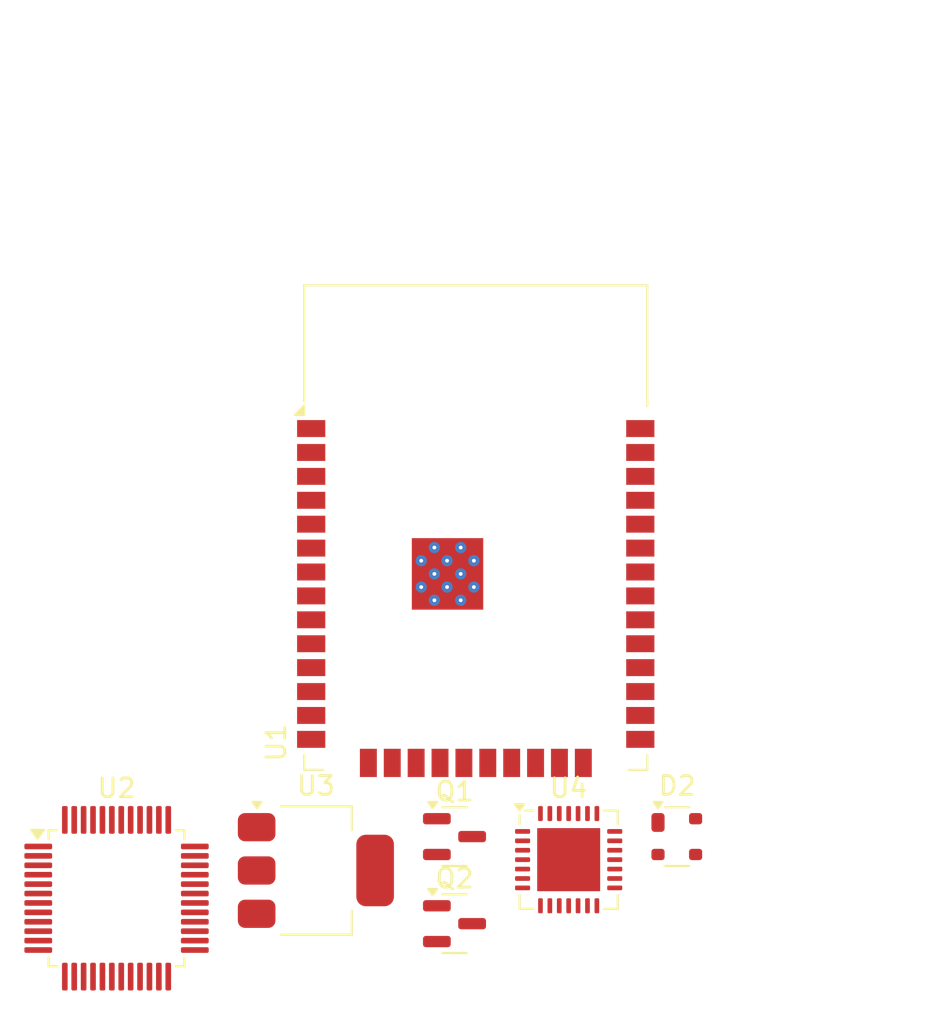
<source format=kicad_pcb>
(kicad_pcb (version 20240108) (generator "pcbnew") (generator_version "8.0")
  (layers (0 "F.Cu" signal) (31 "B.Cu" signal) (34 "B.Paste" user) (35 "F.Paste" user) (36 "B.SilkS" user "B.Silkscreen") (37 "F.SilkS" user "F.Silkscreen") (38 "B.Mask" user) (39 "F.Mask" user) (44 "Edge.Cuts" user))
  (net 0 "")
  (net 1 "VSS")
  (net 2 "Net-(J1-D+)")
  (net 3 "Net-(J1-D-)")
  (net 4 "VBUS")
  (net 5 "DTR")
  (net 6 "Net-(Q1-B)")
  (net 7 "Net-(Q2-B)")
  (net 8 "IO27")
  (net 9 "IO22")
  (net 10 "TXD2")
  (net 11 "SD3")
  (net 12 "IO23")
  (net 13 "IO18")
  (net 14 "CTS0")
  (net 15 "VBAT")
  (net 16 "IO25")
  (net 17 "IO13")
  (net 18 "IO34")
  (net 19 "CLK")
  (net 20 "IO21")
  (net 21 "IO16")
  (net 22 "CMD")
  (net 23 "SD2")
  (net 24 "IO33")
  (net 25 "IO5")
  (net 26 "SENSOR_VN")
  (net 27 "IO4")
  (net 28 "IO2")
  (net 29 "SD0")
  (net 30 "SENSOR_VP")
  (net 31 "SD1")
  (net 32 "IO26")
  (net 33 "IO35")
  (net 34 "IO14")
  (net 36 "IO12")
  (net 37 "IO15")
  (net 38 "IO32")
  (net 39 "PB13")
  (net 40 "PA9")
  (net 41 "PA14")
  (net 42 "PB10")
  (net 43 "NRST")
  (net 44 "PB6")
  (net 45 "PD0")
  (net 46 "PA15")
  (net 47 "PC13")
  (net 48 "PB8")
  (net 49 "PA4")
  (net 50 "PB12")
  (net 51 "VDDA")
  (net 52 "PB5")
  (net 53 "BOOT0")
  (net 54 "RTS")
  (net 55 "PA6")
  (net 56 "PB3")
  (net 57 "PA1")
  (net 58 "PB11")
  (net 59 "PB7")
  (net 60 "PA7")
  (net 61 "PB14")
  (net 62 "PA2")
  (net 63 "PB0")
  (net 64 "PB2")
  (net 65 "PA3")
  (net 66 "PD1")
  (net 67 "PB9")
  (net 68 "PC14")
  (net 69 "PA5")
  (net 70 "PA8")
  (net 71 "PB1")
  (net 72 "PA13")
  (net 73 "PA0")
  (net 74 "PC15")
  (net 75 "PA11")
  (net 76 "PB15")
  (net 77 "PB4")
  (net 78 "Net-(U4-~{RST})")
  (net 79 "Net-(U4-~{SUSPEND})")
  (net 82 "Net-(U4-VBUS)")
  (net 97 "TXDO")
  (net 98 "RXD0")
  (net 99 "IO0")
  (net 100 "EN")
  (footprint "Package_TO_SOT_SMD:SOT-23" (layer "F.Cu") (at 98.94 78.605)
    (property "Reference" "Q2" (at 0 -2.4 0) (layer "F.SilkS"))
    (property "Value" "SS8050")
    (fp_line (start 0 -1.56) (end -0.65 -1.56) (stroke (width 0.12)) (layer "F.SilkS"))
    (fp_line (start 0 -1.56) (end 0.65 -1.56) (stroke (width 0.12)) (layer "F.SilkS"))
    (fp_line (start 0 1.56) (end -0.65 1.56) (stroke (width 0.12)) (layer "F.SilkS"))
    (fp_line (start 0 1.56) (end 0.65 1.56) (stroke (width 0.12)) (layer "F.SilkS"))
    (fp_poly (pts (xy -1.1625 -1.51) (xy -1.4025 -1.84) (xy -0.9225 -1.84) (xy -1.1625 -1.51)) (stroke (width 0.12)) (fill solid) (layer "F.SilkS"))
    (pad "1" smd roundrect (at -0.9375 -0.95) (size 1.475 0.6) (layers "F.Cu" "F.Paste" "F.Mask") (net 7 "Net-(Q2-B)"))
    (pad "2" smd roundrect (at -0.9375 0.95) (size 1.475 0.6) (layers "F.Cu" "F.Paste" "F.Mask") (net 54 "RTS"))
    (pad "3" smd roundrect (at 0.9375 0) (size 1.475 0.6) (layers "F.Cu" "F.Paste" "F.Mask") (net 100 "EN"))
  )
  (footprint "Package_QFP:LQFP-48_7x7mm_P0.5mm" (layer "F.Cu") (at 80.97 77.255)
    (property "Reference" "U2" (at 0 -5.85 0) (layer "F.SilkS"))
    (property "Value" "STM32F103C8T6")
    (fp_line (start -3.61 -3.61) (end -3.61 -3.16) (stroke (width 0.12)) (layer "F.SilkS"))
    (fp_line (start -3.61 3.61) (end -3.61 3.16) (stroke (width 0.12)) (layer "F.SilkS"))
    (fp_line (start -3.16 -3.61) (end -3.61 -3.61) (stroke (width 0.12)) (layer "F.SilkS"))
    (fp_line (start -3.16 3.61) (end -3.61 3.61) (stroke (width 0.12)) (layer "F.SilkS"))
    (fp_line (start 3.16 -3.61) (end 3.61 -3.61) (stroke (width 0.12)) (layer "F.SilkS"))
    (fp_line (start 3.16 3.61) (end 3.61 3.61) (stroke (width 0.12)) (layer "F.SilkS"))
    (fp_line (start 3.61 -3.61) (end 3.61 -3.16) (stroke (width 0.12)) (layer "F.SilkS"))
    (fp_line (start 3.61 3.61) (end 3.61 3.16) (stroke (width 0.12)) (layer "F.SilkS"))
    (fp_poly (pts (xy -4.2 -3.16) (xy -4.54 -3.63) (xy -3.86 -3.63) (xy -4.2 -3.16)) (stroke (width 0.12)) (fill solid) (layer "F.SilkS"))
    (pad "1" smd roundrect (at -4.1625 -2.75) (size 1.475 0.3) (layers "F.Cu" "F.Paste" "F.Mask") (net 15 "VBAT"))
    (pad "2" smd roundrect (at -4.1625 -2.25) (size 1.475 0.3) (layers "F.Cu" "F.Paste" "F.Mask") (net 47 "PC13"))
    (pad "3" smd roundrect (at -4.1625 -1.75) (size 1.475 0.3) (layers "F.Cu" "F.Paste" "F.Mask") (net 68 "PC14"))
    (pad "4" smd roundrect (at -4.1625 -1.25) (size 1.475 0.3) (layers "F.Cu" "F.Paste" "F.Mask") (net 74 "PC15"))
    (pad "5" smd roundrect (at -4.1625 -0.75) (size 1.475 0.3) (layers "F.Cu" "F.Paste" "F.Mask") (net 45 "PD0"))
    (pad "6" smd roundrect (at -4.1625 -0.25) (size 1.475 0.3) (layers "F.Cu" "F.Paste" "F.Mask") (net 66 "PD1"))
    (pad "7" smd roundrect (at -4.1625 0.25) (size 1.475 0.3) (layers "F.Cu" "F.Paste" "F.Mask") (net 43 "NRST"))
    (pad "8" smd roundrect (at -4.1625 0.75) (size 1.475 0.3) (layers "F.Cu" "F.Paste" "F.Mask") (net 1 "VSS"))
    (pad "9" smd roundrect (at -4.1625 1.25) (size 1.475 0.3) (layers "F.Cu" "F.Paste" "F.Mask") (net 51 "VDDA"))
    (pad "10" smd roundrect (at -4.1625 1.75) (size 1.475 0.3) (layers "F.Cu" "F.Paste" "F.Mask") (net 73 "PA0"))
    (pad "11" smd roundrect (at -4.1625 2.25) (size 1.475 0.3) (layers "F.Cu" "F.Paste" "F.Mask") (net 57 "PA1"))
    (pad "12" smd roundrect (at -4.1625 2.75) (size 1.475 0.3) (layers "F.Cu" "F.Paste" "F.Mask") (net 62 "PA2"))
    (pad "13" smd roundrect (at -2.75 4.1625) (size 0.3 1.475) (layers "F.Cu" "F.Paste" "F.Mask") (net 65 "PA3"))
    (pad "14" smd roundrect (at -2.25 4.1625) (size 0.3 1.475) (layers "F.Cu" "F.Paste" "F.Mask") (net 49 "PA4"))
    (pad "15" smd roundrect (at -1.75 4.1625) (size 0.3 1.475) (layers "F.Cu" "F.Paste" "F.Mask") (net 69 "PA5"))
    (pad "16" smd roundrect (at -1.25 4.1625) (size 0.3 1.475) (layers "F.Cu" "F.Paste" "F.Mask") (net 55 "PA6"))
    (pad "17" smd roundrect (at -0.75 4.1625) (size 0.3 1.475) (layers "F.Cu" "F.Paste" "F.Mask") (net 60 "PA7"))
    (pad "18" smd roundrect (at -0.25 4.1625) (size 0.3 1.475) (layers "F.Cu" "F.Paste" "F.Mask") (net 63 "PB0"))
    (pad "19" smd roundrect (at 0.25 4.1625) (size 0.3 1.475) (layers "F.Cu" "F.Paste" "F.Mask") (net 71 "PB1"))
    (pad "20" smd roundrect (at 0.75 4.1625) (size 0.3 1.475) (layers "F.Cu" "F.Paste" "F.Mask") (net 64 "PB2"))
    (pad "21" smd roundrect (at 1.25 4.1625) (size 0.3 1.475) (layers "F.Cu" "F.Paste" "F.Mask") (net 42 "PB10"))
    (pad "22" smd roundrect (at 1.75 4.1625) (size 0.3 1.475) (layers "F.Cu" "F.Paste" "F.Mask") (net 58 "PB11"))
    (pad "23" smd roundrect (at 2.25 4.1625) (size 0.3 1.475) (layers "F.Cu" "F.Paste" "F.Mask") (net 1 "VSS"))
    (pad "24" smd roundrect (at 2.75 4.1625) (size 0.3 1.475) (layers "F.Cu" "F.Paste" "F.Mask") (net 15 "VBAT"))
    (pad "25" smd roundrect (at 4.1625 2.75) (size 1.475 0.3) (layers "F.Cu" "F.Paste" "F.Mask") (net 50 "PB12"))
    (pad "26" smd roundrect (at 4.1625 2.25) (size 1.475 0.3) (layers "F.Cu" "F.Paste" "F.Mask") (net 39 "PB13"))
    (pad "27" smd roundrect (at 4.1625 1.75) (size 1.475 0.3) (layers "F.Cu" "F.Paste" "F.Mask") (net 61 "PB14"))
    (pad "28" smd roundrect (at 4.1625 1.25) (size 1.475 0.3) (layers "F.Cu" "F.Paste" "F.Mask") (net 76 "PB15"))
    (pad "29" smd roundrect (at 4.1625 0.75) (size 1.475 0.3) (layers "F.Cu" "F.Paste" "F.Mask") (net 70 "PA8"))
    (pad "30" smd roundrect (at 4.1625 0.25) (size 1.475 0.3) (layers "F.Cu" "F.Paste" "F.Mask") (net 40 "PA9"))
    (pad "31" smd roundrect (at 4.1625 -0.25) (size 1.475 0.3) (layers "F.Cu" "F.Paste" "F.Mask") (net 10 "TXD2"))
    (pad "32" smd roundrect (at 4.1625 -0.75) (size 1.475 0.3) (layers "F.Cu" "F.Paste" "F.Mask") (net 75 "PA11"))
    (pad "33" smd roundrect (at 4.1625 -1.25) (size 1.475 0.3) (layers "F.Cu" "F.Paste" "F.Mask") (net 14 "CTS0"))
    (pad "34" smd roundrect (at 4.1625 -1.75) (size 1.475 0.3) (layers "F.Cu" "F.Paste" "F.Mask") (net 72 "PA13"))
    (pad "35" smd roundrect (at 4.1625 -2.25) (size 1.475 0.3) (layers "F.Cu" "F.Paste" "F.Mask") (net 1 "VSS"))
    (pad "36" smd roundrect (at 4.1625 -2.75) (size 1.475 0.3) (layers "F.Cu" "F.Paste" "F.Mask") (net 15 "VBAT"))
    (pad "37" smd roundrect (at 2.75 -4.1625) (size 0.3 1.475) (layers "F.Cu" "F.Paste" "F.Mask") (net 41 "PA14"))
    (pad "38" smd roundrect (at 2.25 -4.1625) (size 0.3 1.475) (layers "F.Cu" "F.Paste" "F.Mask") (net 46 "PA15"))
    (pad "39" smd roundrect (at 1.75 -4.1625) (size 0.3 1.475) (layers "F.Cu" "F.Paste" "F.Mask") (net 56 "PB3"))
    (pad "40" smd roundrect (at 1.25 -4.1625) (size 0.3 1.475) (layers "F.Cu" "F.Paste" "F.Mask") (net 77 "PB4"))
    (pad "41" smd roundrect (at 0.75 -4.1625) (size 0.3 1.475) (layers "F.Cu" "F.Paste" "F.Mask") (net 52 "PB5"))
    (pad "42" smd roundrect (at 0.25 -4.1625) (size 0.3 1.475) (layers "F.Cu" "F.Paste" "F.Mask") (net 44 "PB6"))
    (pad "43" smd roundrect (at -0.25 -4.1625) (size 0.3 1.475) (layers "F.Cu" "F.Paste" "F.Mask") (net 59 "PB7"))
    (pad "44" smd roundrect (at -0.75 -4.1625) (size 0.3 1.475) (layers "F.Cu" "F.Paste" "F.Mask") (net 53 "BOOT0"))
    (pad "45" smd roundrect (at -1.25 -4.1625) (size 0.3 1.475) (layers "F.Cu" "F.Paste" "F.Mask") (net 48 "PB8"))
    (pad "46" smd roundrect (at -1.75 -4.1625) (size 0.3 1.475) (layers "F.Cu" "F.Paste" "F.Mask") (net 67 "PB9"))
    (pad "47" smd roundrect (at -2.25 -4.1625) (size 0.3 1.475) (layers "F.Cu" "F.Paste" "F.Mask") (net 1 "VSS"))
    (pad "48" smd roundrect (at -2.75 -4.1625) (size 0.3 1.475) (layers "F.Cu" "F.Paste" "F.Mask") (net 15 "VBAT"))
  )
  (footprint "RF_Module:ESP32-WROOM-32D" (layer "F.Cu") (at 100.07 60.555)
    (property "Reference" "U1" (at -10.61 8.43 90) (layer "F.SilkS"))
    (property "Value" "ESP32-WROOM-32D")
    (fp_line (start -9.12 -15.86) (end -9.12 -9.7) (stroke (width 0.12)) (layer "F.SilkS"))
    (fp_line (start -9.12 -15.86) (end 9.12 -15.86) (stroke (width 0.12)) (layer "F.SilkS"))
    (fp_line (start -9.12 9.1) (end -9.12 9.88) (stroke (width 0.12)) (layer "F.SilkS"))
    (fp_line (start -9.12 9.88) (end -8.12 9.88) (stroke (width 0.12)) (layer "F.SilkS"))
    (fp_line (start 9.12 -15.86) (end 9.12 -9.445) (stroke (width 0.12)) (layer "F.SilkS"))
    (fp_line (start 9.12 9.1) (end 9.12 9.88) (stroke (width 0.12)) (layer "F.SilkS"))
    (fp_line (start 9.12 9.88) (end 8.12 9.88) (stroke (width 0.12)) (layer "F.SilkS"))
    (fp_poly (pts (xy -9.125 -8.975) (xy -9.625 -8.975) (xy -9.125 -9.475) (xy -9.125 -8.975)) (stroke (width 0.12)) (fill solid) (layer "F.SilkS"))
    (pad "1" smd rect (at -8.75 -8.25) (size 1.5 0.9) (layers "F.Cu" "F.Paste" "F.Mask") (net 1 "VSS"))
    (pad "2" smd rect (at -8.75 -6.98) (size 1.5 0.9) (layers "F.Cu" "F.Paste" "F.Mask") (net 15 "VBAT"))
    (pad "3" smd rect (at -8.75 -5.71) (size 1.5 0.9) (layers "F.Cu" "F.Paste" "F.Mask") (net 100 "EN"))
    (pad "4" smd rect (at -8.75 -4.44) (size 1.5 0.9) (layers "F.Cu" "F.Paste" "F.Mask") (net 30 "SENSOR_VP"))
    (pad "5" smd rect (at -8.75 -3.17) (size 1.5 0.9) (layers "F.Cu" "F.Paste" "F.Mask") (net 26 "SENSOR_VN"))
    (pad "6" smd rect (at -8.75 -1.9) (size 1.5 0.9) (layers "F.Cu" "F.Paste" "F.Mask") (net 18 "IO34"))
    (pad "7" smd rect (at -8.75 -0.63) (size 1.5 0.9) (layers "F.Cu" "F.Paste" "F.Mask") (net 33 "IO35"))
    (pad "8" smd rect (at -8.75 0.64) (size 1.5 0.9) (layers "F.Cu" "F.Paste" "F.Mask") (net 38 "IO32"))
    (pad "9" smd rect (at -8.75 1.91) (size 1.5 0.9) (layers "F.Cu" "F.Paste" "F.Mask") (net 24 "IO33"))
    (pad "10" smd rect (at -8.75 3.18) (size 1.5 0.9) (layers "F.Cu" "F.Paste" "F.Mask") (net 16 "IO25"))
    (pad "11" smd rect (at -8.75 4.45) (size 1.5 0.9) (layers "F.Cu" "F.Paste" "F.Mask") (net 32 "IO26"))
    (pad "12" smd rect (at -8.75 5.72) (size 1.5 0.9) (layers "F.Cu" "F.Paste" "F.Mask") (net 8 "IO27"))
    (pad "13" smd rect (at -8.75 6.99) (size 1.5 0.9) (layers "F.Cu" "F.Paste" "F.Mask") (net 34 "IO14"))
    (pad "14" smd rect (at -8.75 8.26) (size 1.5 0.9) (layers "F.Cu" "F.Paste" "F.Mask") (net 36 "IO12"))
    (pad "15" smd rect (at -5.71 9.51 90) (size 1.5 0.9) (layers "F.Cu" "F.Paste" "F.Mask") (net 1 "VSS"))
    (pad "16" smd rect (at -4.44 9.51 90) (size 1.5 0.9) (layers "F.Cu" "F.Paste" "F.Mask") (net 17 "IO13"))
    (pad "17" smd rect (at -3.17 9.51 90) (size 1.5 0.9) (layers "F.Cu" "F.Paste" "F.Mask") (net 23 "SD2"))
    (pad "18" smd rect (at -1.9 9.51 90) (size 1.5 0.9) (layers "F.Cu" "F.Paste" "F.Mask") (net 11 "SD3"))
    (pad "19" smd rect (at -0.63 9.51 90) (size 1.5 0.9) (layers "F.Cu" "F.Paste" "F.Mask") (net 22 "CMD"))
    (pad "20" smd rect (at 0.64 9.51 90) (size 1.5 0.9) (layers "F.Cu" "F.Paste" "F.Mask") (net 19 "CLK"))
    (pad "21" smd rect (at 1.91 9.51 90) (size 1.5 0.9) (layers "F.Cu" "F.Paste" "F.Mask") (net 29 "SD0"))
    (pad "22" smd rect (at 3.18 9.51 90) (size 1.5 0.9) (layers "F.Cu" "F.Paste" "F.Mask") (net 31 "SD1"))
    (pad "23" smd rect (at 4.45 9.51 90) (size 1.5 0.9) (layers "F.Cu" "F.Paste" "F.Mask") (net 37 "IO15"))
    (pad "24" smd rect (at 5.72 9.51 90) (size 1.5 0.9) (layers "F.Cu" "F.Paste" "F.Mask") (net 28 "IO2"))
    (pad "25" smd rect (at 8.75 8.26) (size 1.5 0.9) (layers "F.Cu" "F.Paste" "F.Mask") (net 99 "IO0"))
    (pad "26" smd rect (at 8.75 6.99) (size 1.5 0.9) (layers "F.Cu" "F.Paste" "F.Mask") (net 27 "IO4"))
    (pad "27" smd rect (at 8.75 5.72) (size 1.5 0.9) (layers "F.Cu" "F.Paste" "F.Mask") (net 21 "IO16"))
    (pad "28" smd rect (at 8.75 4.45) (size 1.5 0.9) (layers "F.Cu" "F.Paste" "F.Mask") (net 10 "TXD2"))
    (pad "29" smd rect (at 8.75 3.18) (size 1.5 0.9) (layers "F.Cu" "F.Paste" "F.Mask") (net 25 "IO5"))
    (pad "30" smd rect (at 8.75 1.91) (size 1.5 0.9) (layers "F.Cu" "F.Paste" "F.Mask") (net 13 "IO18"))
    (pad "31" smd rect (at 8.75 0.64) (size 1.5 0.9) (layers "F.Cu" "F.Paste" "F.Mask") (net 14 "CTS0"))
    (pad "32" smd rect (at 8.75 -0.63) (size 1.5 0.9) (layers "F.Cu" "F.Paste" "F.Mask"))
    (pad "33" smd rect (at 8.75 -1.9) (size 1.5 0.9) (layers "F.Cu" "F.Paste" "F.Mask") (net 20 "IO21"))
    (pad "34" smd rect (at 8.75 -3.17) (size 1.5 0.9) (layers "F.Cu" "F.Paste" "F.Mask") (net 98 "RXD0"))
    (pad "35" smd rect (at 8.75 -4.44) (size 1.5 0.9) (layers "F.Cu" "F.Paste" "F.Mask") (net 97 "TXDO"))
    (pad "36" smd rect (at 8.75 -5.71) (size 1.5 0.9) (layers "F.Cu" "F.Paste" "F.Mask") (net 9 "IO22"))
    (pad "37" smd rect (at 8.75 -6.98) (size 1.5 0.9) (layers "F.Cu" "F.Paste" "F.Mask") (net 12 "IO23"))
    (pad "38" smd rect (at 8.75 -8.25) (size 1.5 0.9) (layers "F.Cu" "F.Paste" "F.Mask") (net 1 "VSS"))
    (pad "39" smd rect (at -2.9 -1.93) (size 0.9 0.9) (layers "F.Cu" "F.Paste") (net 1 "VSS"))
    (pad "39" thru_hole circle (at -2.9 -1.23) (size 0.6 0.6) (drill 0.2) (property pad_prop_heatsink) (layers "*.Cu" "F.Mask") (net 1 "VSS"))
    (pad "39" smd rect (at -2.9 -0.53) (size 0.9 0.9) (layers "F.Cu" "F.Paste") (net 1 "VSS"))
    (pad "39" thru_hole circle (at -2.9 0.17) (size 0.6 0.6) (drill 0.2) (property pad_prop_heatsink) (layers "*.Cu" "F.Mask") (net 1 "VSS"))
    (pad "39" smd rect (at -2.9 0.87) (size 0.9 0.9) (layers "F.Cu" "F.Paste") (net 1 "VSS"))
    (pad "39" thru_hole circle (at -2.2 -1.93) (size 0.6 0.6) (drill 0.2) (property pad_prop_heatsink) (layers "*.Cu" "F.Mask") (net 1 "VSS"))
    (pad "39" thru_hole circle (at -2.2 -0.53) (size 0.6 0.6) (drill 0.2) (property pad_prop_heatsink) (layers "*.Cu" "F.Mask") (net 1 "VSS"))
    (pad "39" thru_hole circle (at -2.2 0.87) (size 0.6 0.6) (drill 0.2) (property pad_prop_heatsink) (layers "*.Cu" "F.Mask") (net 1 "VSS"))
    (pad "39" thru_hole circle (at -1.525 -1.23) (size 0.6 0.6) (drill 0.2) (property pad_prop_heatsink) (layers "*.Cu" "F.Mask") (net 1 "VSS"))
    (pad "39" thru_hole circle (at -1.525 0.17) (size 0.6 0.6) (drill 0.2) (property pad_prop_heatsink) (layers "*.Cu" "F.Mask") (net 1 "VSS"))
    (pad "39" smd rect (at -1.5 -1.93) (size 0.9 0.9) (layers "F.Cu" "F.Paste") (net 1 "VSS"))
    (pad "39" smd rect (at -1.5 -0.53) (size 0.9 0.9) (layers "F.Cu" "F.Paste") (net 1 "VSS"))
    (pad "39" smd rect (at -1.5 -0.53) (size 3.8 3.8) (property pad_prop_heatsink) (layers "F.Cu" "F.Mask") (net 1 "VSS"))
    (pad "39" smd rect (at -1.5 0.87) (size 0.9 0.9) (layers "F.Cu" "F.Paste") (net 1 "VSS"))
    (pad "39" thru_hole circle (at -0.8 -1.93) (size 0.6 0.6) (drill 0.2) (property pad_prop_heatsink) (layers "*.Cu" "F.Mask") (net 1 "VSS"))
    (pad "39" thru_hole circle (at -0.8 -0.53) (size 0.6 0.6) (drill 0.2) (property pad_prop_heatsink) (layers "*.Cu" "F.Mask") (net 1 "VSS"))
    (pad "39" thru_hole circle (at -0.8 0.87) (size 0.6 0.6) (drill 0.2) (property pad_prop_heatsink) (layers "*.Cu" "F.Mask") (net 1 "VSS"))
    (pad "39" smd rect (at -0.1 -1.93) (size 0.9 0.9) (layers "F.Cu" "F.Paste") (net 1 "VSS"))
    (pad "39" thru_hole circle (at -0.1 -1.23) (size 0.6 0.6) (drill 0.2) (property pad_prop_heatsink) (layers "*.Cu" "F.Mask") (net 1 "VSS"))
    (pad "39" smd rect (at -0.1 -0.53) (size 0.9 0.9) (layers "F.Cu" "F.Paste") (net 1 "VSS"))
    (pad "39" thru_hole circle (at -0.1 0.17) (size 0.6 0.6) (drill 0.2) (property pad_prop_heatsink) (layers "*.Cu" "F.Mask") (net 1 "VSS"))
    (pad "39" smd rect (at -0.1 0.87) (size 0.9 0.9) (layers "F.Cu" "F.Paste") (net 1 "VSS"))
  )
  (footprint "Package_TO_SOT_SMD:SOT-23" (layer "F.Cu") (at 98.94 73.98)
    (property "Reference" "Q1" (at 0 -2.4 0) (layer "F.SilkS"))
    (property "Value" "SS8050")
    (fp_line (start 0 -1.56) (end -0.65 -1.56) (stroke (width 0.12)) (layer "F.SilkS"))
    (fp_line (start 0 -1.56) (end 0.65 -1.56) (stroke (width 0.12)) (layer "F.SilkS"))
    (fp_line (start 0 1.56) (end -0.65 1.56) (stroke (width 0.12)) (layer "F.SilkS"))
    (fp_line (start 0 1.56) (end 0.65 1.56) (stroke (width 0.12)) (layer "F.SilkS"))
    (fp_poly (pts (xy -1.1625 -1.51) (xy -1.4025 -1.84) (xy -0.9225 -1.84) (xy -1.1625 -1.51)) (stroke (width 0.12)) (fill solid) (layer "F.SilkS"))
    (pad "1" smd roundrect (at -0.9375 -0.95) (size 1.475 0.6) (layers "F.Cu" "F.Paste" "F.Mask") (net 6 "Net-(Q1-B)"))
    (pad "2" smd roundrect (at -0.9375 0.95) (size 1.475 0.6) (layers "F.Cu" "F.Paste" "F.Mask") (net 5 "DTR"))
    (pad "3" smd roundrect (at 0.9375 0) (size 1.475 0.6) (layers "F.Cu" "F.Paste" "F.Mask") (net 99 "IO0"))
  )
  (footprint "Package_DFN_QFN:QFN-28-1EP_5x5mm_P0.5mm_EP3.35x3.35mm" (layer "F.Cu") (at 105.01 75.205)
    (property "Reference" "U4" (at 0 -3.8 0) (layer "F.SilkS"))
    (property "Value" "CP2102N-Axx-xQFN28")
    (fp_line (start -2.61 -1.885) (end -2.61 -2.37) (stroke (width 0.12)) (layer "F.SilkS"))
    (fp_line (start -2.61 2.61) (end -2.61 1.885) (stroke (width 0.12)) (layer "F.SilkS"))
    (fp_line (start -1.885 -2.61) (end -2.31 -2.61) (stroke (width 0.12)) (layer "F.SilkS"))
    (fp_line (start -1.885 2.61) (end -2.61 2.61) (stroke (width 0.12)) (layer "F.SilkS"))
    (fp_line (start 1.885 -2.61) (end 2.61 -2.61) (stroke (width 0.12)) (layer "F.SilkS"))
    (fp_line (start 1.885 2.61) (end 2.61 2.61) (stroke (width 0.12)) (layer "F.SilkS"))
    (fp_line (start 2.61 -2.61) (end 2.61 -1.885) (stroke (width 0.12)) (layer "F.SilkS"))
    (fp_line (start 2.61 2.61) (end 2.61 1.885) (stroke (width 0.12)) (layer "F.SilkS"))
    (fp_poly (pts (xy -2.61 -2.61) (xy -2.85 -2.94) (xy -2.37 -2.94) (xy -2.61 -2.61)) (stroke (width 0.12)) (fill solid) (layer "F.SilkS"))
    (pad "1" smd roundrect (at -2.45 -1.5) (size 0.8 0.25) (layers "F.Cu" "F.Paste" "F.Mask"))
    (pad "2" smd roundrect (at -2.45 -1) (size 0.8 0.25) (layers "F.Cu" "F.Paste" "F.Mask"))
    (pad "3" smd roundrect (at -2.45 -0.5) (size 0.8 0.25) (layers "F.Cu" "F.Paste" "F.Mask") (net 1 "VSS"))
    (pad "4" smd roundrect (at -2.45 0) (size 0.8 0.25) (layers "F.Cu" "F.Paste" "F.Mask") (net 2 "Net-(J1-D+)"))
    (pad "5" smd roundrect (at -2.45 0.5) (size 0.8 0.25) (layers "F.Cu" "F.Paste" "F.Mask") (net 3 "Net-(J1-D-)"))
    (pad "6" smd roundrect (at -2.45 1) (size 0.8 0.25) (layers "F.Cu" "F.Paste" "F.Mask") (net 15 "VBAT"))
    (pad "7" smd roundrect (at -2.45 1.5) (size 0.8 0.25) (layers "F.Cu" "F.Paste" "F.Mask") (net 15 "VBAT"))
    (pad "8" smd roundrect (at -1.5 2.45) (size 0.25 0.8) (layers "F.Cu" "F.Paste" "F.Mask") (net 82 "Net-(U4-VBUS)"))
    (pad "9" smd roundrect (at -1 2.45) (size 0.25 0.8) (layers "F.Cu" "F.Paste" "F.Mask") (net 78 "Net-(U4-~{RST})"))
    (pad "10" smd roundrect (at -0.5 2.45) (size 0.25 0.8) (layers "F.Cu" "F.Paste" "F.Mask"))
    (pad "11" smd roundrect (at 0 2.45) (size 0.25 0.8) (layers "F.Cu" "F.Paste" "F.Mask") (net 79 "Net-(U4-~{SUSPEND})"))
    (pad "12" smd roundrect (at 0.5 2.45) (size 0.25 0.8) (layers "F.Cu" "F.Paste" "F.Mask"))
    (pad "13" smd roundrect (at 1 2.45) (size 0.25 0.8) (layers "F.Cu" "F.Paste" "F.Mask"))
    (pad "14" smd roundrect (at 1.5 2.45) (size 0.25 0.8) (layers "F.Cu" "F.Paste" "F.Mask"))
    (pad "15" smd roundrect (at 2.45 1.5) (size 0.8 0.25) (layers "F.Cu" "F.Paste" "F.Mask"))
    (pad "16" smd roundrect (at 2.45 1) (size 0.8 0.25) (layers "F.Cu" "F.Paste" "F.Mask"))
    (pad "17" smd roundrect (at 2.45 0.5) (size 0.8 0.25) (layers "F.Cu" "F.Paste" "F.Mask"))
    (pad "18" smd roundrect (at 2.45 0) (size 0.8 0.25) (layers "F.Cu" "F.Paste" "F.Mask"))
    (pad "19" smd roundrect (at 2.45 -0.5) (size 0.8 0.25) (layers "F.Cu" "F.Paste" "F.Mask"))
    (pad "20" smd roundrect (at 2.45 -1) (size 0.8 0.25) (layers "F.Cu" "F.Paste" "F.Mask"))
    (pad "21" smd roundrect (at 2.45 -1.5) (size 0.8 0.25) (layers "F.Cu" "F.Paste" "F.Mask"))
    (pad "22" smd roundrect (at 1.5 -2.45) (size 0.25 0.8) (layers "F.Cu" "F.Paste" "F.Mask"))
    (pad "23" smd roundrect (at 1 -2.45) (size 0.25 0.8) (layers "F.Cu" "F.Paste" "F.Mask"))
    (pad "24" smd roundrect (at 0.5 -2.45) (size 0.25 0.8) (layers "F.Cu" "F.Paste" "F.Mask") (net 54 "RTS"))
    (pad "25" smd roundrect (at 0 -2.45) (size 0.25 0.8) (layers "F.Cu" "F.Paste" "F.Mask") (net 97 "TXDO"))
    (pad "26" smd roundrect (at -0.5 -2.45) (size 0.25 0.8) (layers "F.Cu" "F.Paste" "F.Mask") (net 98 "RXD0"))
    (pad "27" smd roundrect (at -1 -2.45) (size 0.25 0.8) (layers "F.Cu" "F.Paste" "F.Mask"))
    (pad "28" smd roundrect (at -1.5 -2.45) (size 0.25 0.8) (layers "F.Cu" "F.Paste" "F.Mask") (net 5 "DTR"))
    (pad "29" smd rect (at 0 0) (size 3.35 3.35) (property pad_prop_heatsink) (layers "F.Cu" "F.Mask") (net 1 "VSS"))
  )
  (footprint "Package_TO_SOT_SMD:SOT-143" (layer "F.Cu") (at 110.76 73.98)
    (property "Reference" "D2" (at 0.02 -2.7 0) (layer "F.SilkS"))
    (property "Value" "SP0503BAHT")
    (fp_line (start -0.65 1.56) (end 0.65 1.56) (stroke (width 0.12)) (layer "F.SilkS"))
    (fp_line (start 0.65 -1.56) (end -0.62 -1.56) (stroke (width 0.12)) (layer "F.SilkS"))
    (fp_poly (pts (xy -1 -1.51) (xy -1.24 -1.84) (xy -0.76 -1.84) (xy -1 -1.51)) (stroke (width 0.12)) (fill solid) (layer "F.SilkS"))
    (pad "1" smd roundrect (at -1 -0.75) (size 0.7 1) (layers "F.Cu" "F.Paste" "F.Mask") (net 1 "VSS"))
    (pad "2" smd roundrect (at -1 0.95) (size 0.7 0.6) (layers "F.Cu" "F.Paste" "F.Mask") (net 4 "VBUS"))
    (pad "3" smd roundrect (at 1 0.95) (size 0.7 0.6) (layers "F.Cu" "F.Paste" "F.Mask") (net 2 "Net-(J1-D+)"))
    (pad "4" smd roundrect (at 1 -0.95) (size 0.7 0.6) (layers "F.Cu" "F.Paste" "F.Mask") (net 3 "Net-(J1-D-)"))
  )
  (footprint "Package_TO_SOT_SMD:SOT-223-3_TabPin2" (layer "F.Cu") (at 91.57 75.78)
    (property "Reference" "U3" (at 0 -4.5 0) (layer "F.SilkS"))
    (property "Value" "AMS1117-3.3")
    (fp_line (start -1.85 -3.41) (end 1.91 -3.41) (stroke (width 0.12)) (layer "F.SilkS"))
    (fp_line (start -1.85 3.41) (end 1.91 3.41) (stroke (width 0.12)) (layer "F.SilkS"))
    (fp_line (start 1.91 -3.41) (end 1.91 -2.15) (stroke (width 0.12)) (layer "F.SilkS"))
    (fp_line (start 1.91 3.41) (end 1.91 2.15) (stroke (width 0.12)) (layer "F.SilkS"))
    (fp_poly (pts (xy -3.13 -3.31) (xy -3.37 -3.64) (xy -2.89 -3.64) (xy -3.13 -3.31)) (stroke (width 0.12)) (fill solid) (layer "F.SilkS"))
    (pad "1" smd roundrect (at -3.15 -2.3) (size 2 1.5) (layers "F.Cu" "F.Paste" "F.Mask") (net 1 "VSS"))
    (pad "2" smd roundrect (at -3.15 0) (size 2 1.5) (layers "F.Cu" "F.Paste" "F.Mask") (net 15 "VBAT"))
    (pad "2" smd roundrect (at 3.15 0) (size 2 3.8) (layers "F.Cu" "F.Paste" "F.Mask") (net 15 "VBAT"))
    (pad "3" smd roundrect (at -3.15 2.3) (size 2 1.5) (layers "F.Cu" "F.Paste" "F.Mask") (net 4 "VBUS"))
  )
)
</source>
